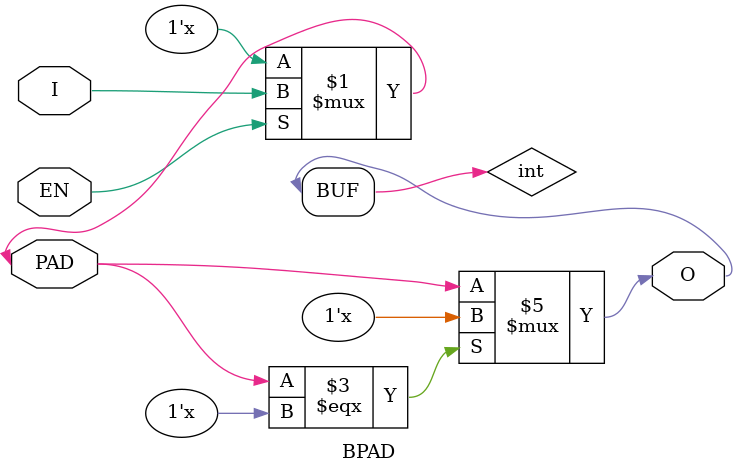
<source format=v>
module BPAD (PAD, EN, I, O);        // Fast bi-direct buffer only PAD.
parameter   WIDE    = 1;

input [WIDE-1:0]    I;
input               EN;
output [WIDE-1:0]   O;
inout [WIDE-1:0]    PAD;

reg [WIDE-1:0]      int;
wire [WIDE-1:0] PAD = EN ? I : {WIDE{1'bz}};
always @ (PAD)
    if (PAD === {WIDE{1'bz}})
        int <= {WIDE{1'bx}};
     else int <= PAD;

assign  O = int;
endmodule

</source>
